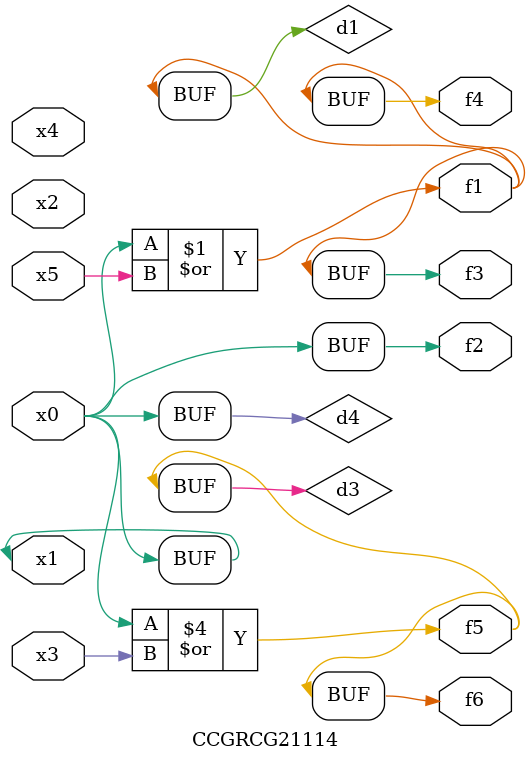
<source format=v>
module CCGRCG21114(
	input x0, x1, x2, x3, x4, x5,
	output f1, f2, f3, f4, f5, f6
);

	wire d1, d2, d3, d4;

	or (d1, x0, x5);
	xnor (d2, x1, x4);
	or (d3, x0, x3);
	buf (d4, x0, x1);
	assign f1 = d1;
	assign f2 = d4;
	assign f3 = d1;
	assign f4 = d1;
	assign f5 = d3;
	assign f6 = d3;
endmodule

</source>
